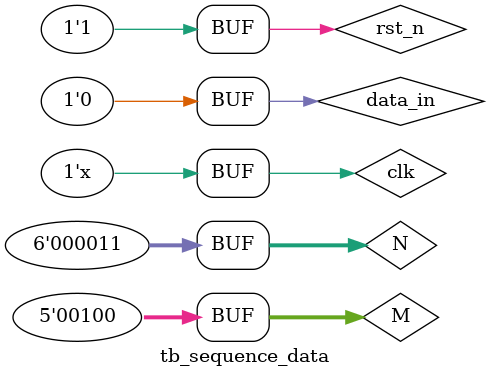
<source format=v>
`timescale 1ns/1ps

module tb_sequence_data();

reg clk,rst_n,data_in;
reg [5:0]N;
reg [4:0]M;
wire detec_pluse;

initial begin
	clk = 1'b1;
	rst_n =1'b0;
	data_in = 1'b0;
	N = 6'b000011;  //3组111，3组000
	M = 5'b00100;  //4个连续序列
	#200  rst_n = 1'b1;
	#17  data_in =0;
	#30  data_in =1;
	#50  data_in = 0;
	#30 data_in = 1;//start
	#30 data_in = 0;
	#30 data_in = 1;
	#30 data_in = 0;//M=1
	#30 data_in = 1;//start
	#30 data_in = 0;
	#30 data_in = 1;
	#30 data_in = 0;//M=2
	#30 data_in = 1;//start
	#30 data_in = 0;
	#30 data_in = 1;
	#30 data_in = 0;//M=3
	#30 data_in = 1;//start
	#30 data_in = 0;
	#30 data_in = 1;
	#30 data_in = 0;//M=4
	#30 data_in = 1;//start
	#30 data_in = 0;
	#30 data_in = 1;
	#30 data_in = 0;//M=1
	#30 data_in = 1;//start
	#30 data_in = 0;
	#20 data_in = 1;
	#30 data_in = 0;//M=0
end
always #5 clk=~clk;

	sequence_detectorMN inst_sequence_detectorMN (
			.clk         (clk),
			.rst_n       (rst_n),
			.data_in     (data_in),
			.M           (M),
			.N           (N),
			.detec_pluse (detec_pluse)
		);



endmodule
</source>
